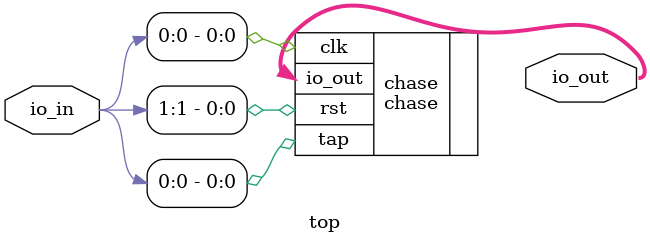
<source format=v>
module top (
  input [7:0] io_in,
  output [7:0] io_out
);
    chase chase(.io_out(io_out), .clk(io_in[0]), .rst(io_in[1]), .tap(io_in[0]));
endmodule
</source>
